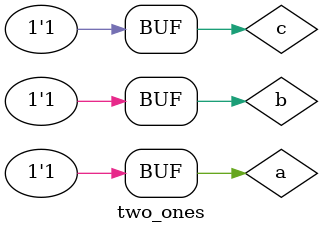
<source format=sv>
module two_ones;
reg a,b,c;
wire y;
str s1(y,a,b,c);
initial begin
	a=0;b=0;c=0;
	#3 c=1;
	#3 b=1;c=0;
	#3 c=1;
	#3 a=1;b=0;c=0;
        #3 c=1;
        #3 b=1;c=0;
        #3 c=1;
	end
initial begin
	$monitor("a=%b b=%b c=%b   s=%b ",a,b,c,y);
	end
endmodule

</source>
